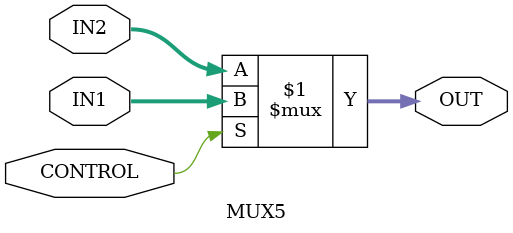
<source format=v>
`timescale 1ns / 1ps


module MUX5(IN1, IN2, CONTROL, OUT);
input wire [4:0] IN1, IN2;
input wire CONTROL;
output wire [4:0] OUT;

assign OUT = CONTROL ? IN1 : IN2;
endmodule

</source>
